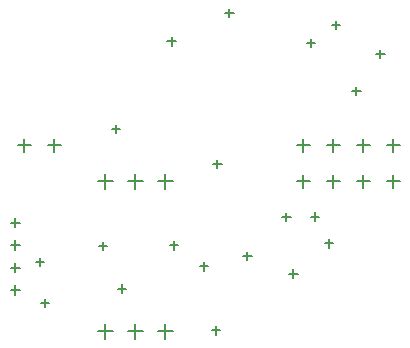
<source format=gbr>
G04 Layer_Color=128*
%FSLAX45Y45*%
%MOMM*%
%TF.FileFunction,Drillmap*%
%TF.Part,Single*%
G01*
G75*
%TA.AperFunction,NonConductor*%
%ADD41C,0.12700*%
D41*
X-2213500Y965200D02*
X-2104500D01*
X-2159000Y910700D02*
Y1019700D01*
X-2467500Y965200D02*
X-2358500D01*
X-2413000Y910700D02*
Y1019700D01*
X-2529200Y-260101D02*
X-2449200D01*
X-2489200Y-300101D02*
Y-220101D01*
X-2529200Y-69601D02*
X-2449200D01*
X-2489200Y-109601D02*
Y-29601D01*
X-2529200Y120899D02*
X-2449200D01*
X-2489200Y80899D02*
Y160899D01*
X-2529200Y311399D02*
X-2449200D01*
X-2489200Y271399D02*
Y351399D01*
X-1792200Y-609600D02*
X-1662200D01*
X-1727200Y-674600D02*
Y-544600D01*
X-1538200Y-609600D02*
X-1408200D01*
X-1473200Y-674600D02*
Y-544600D01*
X-1284200Y-609600D02*
X-1154200D01*
X-1219200Y-674600D02*
Y-544600D01*
X-1284200Y660400D02*
X-1154200D01*
X-1219200Y595400D02*
Y725400D01*
X-1538200Y660400D02*
X-1408200D01*
X-1473200Y595400D02*
Y725400D01*
X-1792200Y660400D02*
X-1662200D01*
X-1727200Y595400D02*
Y725400D01*
X-105300Y965200D02*
X3700D01*
X-50800Y910700D02*
Y1019700D01*
X148700Y965200D02*
X257700D01*
X203200Y910700D02*
Y1019700D01*
X402700Y965200D02*
X511700D01*
X457200Y910700D02*
Y1019700D01*
X656700Y965200D02*
X765700D01*
X711200Y910700D02*
Y1019700D01*
X-105300Y660400D02*
X3700D01*
X-50800Y605900D02*
Y714900D01*
X148700Y660400D02*
X257700D01*
X203200Y605900D02*
Y714900D01*
X402700Y660400D02*
X511700D01*
X457200Y605900D02*
Y714900D01*
X656700Y660400D02*
X765700D01*
X711200Y605900D02*
Y714900D01*
X-1621648Y-247792D02*
X-1550528D01*
X-1586088Y-283352D02*
Y-212232D01*
X-825500Y-601980D02*
X-754380D01*
X-789940Y-637540D02*
Y-566420D01*
X12700Y360680D02*
X83820D01*
X48260Y325120D02*
Y396240D01*
X-20320Y1831340D02*
X50800D01*
X15240Y1795780D02*
Y1866900D01*
X-1783080Y111760D02*
X-1711960D01*
X-1747520Y76200D02*
Y147320D01*
X566420Y1737360D02*
X637540D01*
X601980Y1701800D02*
Y1772920D01*
X-924560Y-60960D02*
X-853440D01*
X-889000Y-96520D02*
Y-25400D01*
X-711205Y2082795D02*
X-640085D01*
X-675645Y2047235D02*
Y2118355D01*
X-1671320Y1102360D02*
X-1600200D01*
X-1635760Y1066800D02*
Y1137920D01*
X-558800Y25400D02*
X-487680D01*
X-523240Y-10160D02*
Y60960D01*
X363220Y1424940D02*
X434340D01*
X398780Y1389380D02*
Y1460500D01*
X193040Y1981200D02*
X264160D01*
X228600Y1945640D02*
Y2016760D01*
X-812800Y807720D02*
X-741680D01*
X-777240Y772160D02*
Y843280D01*
X-2270760Y-370840D02*
X-2199640D01*
X-2235200Y-406400D02*
Y-335280D01*
X-1201420Y1844040D02*
X-1130300D01*
X-1165860Y1808480D02*
Y1879600D01*
X-228600Y355600D02*
X-157480D01*
X-193040Y320040D02*
Y391160D01*
X129540Y134620D02*
X200660D01*
X165100Y99060D02*
Y170180D01*
X-1178560Y116840D02*
X-1107440D01*
X-1143000Y81280D02*
Y152400D01*
X-2316480Y-22860D02*
X-2245360D01*
X-2280920Y-58420D02*
Y12700D01*
X-170180Y-121920D02*
X-99060D01*
X-134620Y-157480D02*
Y-86360D01*
%TF.MD5,b73a99e0f1930018728f3e4fcbd77a87*%
M02*

</source>
